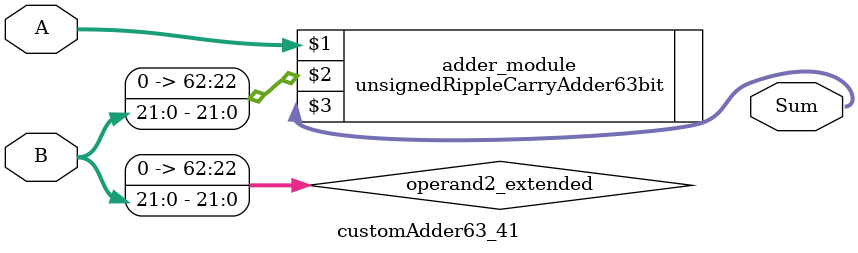
<source format=v>
module customAdder63_41(
                        input [62 : 0] A,
                        input [21 : 0] B,
                        
                        output [63 : 0] Sum
                );

        wire [62 : 0] operand2_extended;
        
        assign operand2_extended =  {41'b0, B};
        
        unsignedRippleCarryAdder63bit adder_module(
            A,
            operand2_extended,
            Sum
        );
        
        endmodule
        
</source>
